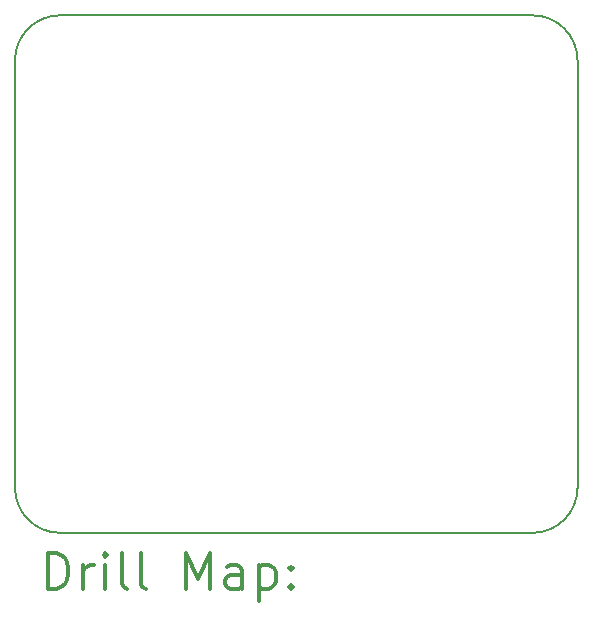
<source format=gbr>
%FSLAX45Y45*%
G04 Gerber Fmt 4.5, Leading zero omitted, Abs format (unit mm)*
G04 Created by KiCad (PCBNEW (5.0.2)-1) date 01/24/19 20:45:36*
%MOMM*%
%LPD*%
G01*
G04 APERTURE LIST*
%ADD10C,0.150000*%
%ADD11C,0.200000*%
%ADD12C,0.300000*%
G04 APERTURE END LIST*
D10*
X14859000Y-3048000D02*
X14859000Y-3238500D01*
X19240500Y-2667000D02*
X15240000Y-2667000D01*
X19621500Y-3238500D02*
X19621500Y-3048000D01*
X19621500Y-6667500D02*
X19621500Y-6477000D01*
X15240000Y-7048500D02*
X19240500Y-7048500D01*
X14859000Y-6667500D02*
X14859000Y-6477000D01*
X19621500Y-6667500D02*
G75*
G02X19240500Y-7048500I-381000J0D01*
G01*
X15240000Y-7048500D02*
G75*
G02X14859000Y-6667500I0J381000D01*
G01*
X14859000Y-3048000D02*
G75*
G02X15240000Y-2667000I381000J0D01*
G01*
X19240500Y-2667000D02*
G75*
G02X19621500Y-3048000I0J-381000D01*
G01*
X19621500Y-6477000D02*
X19621500Y-3238500D01*
X14859000Y-3238500D02*
X14859000Y-6477000D01*
D11*
D12*
X15137928Y-7521714D02*
X15137928Y-7221714D01*
X15209357Y-7221714D01*
X15252214Y-7236000D01*
X15280786Y-7264571D01*
X15295071Y-7293143D01*
X15309357Y-7350286D01*
X15309357Y-7393143D01*
X15295071Y-7450286D01*
X15280786Y-7478857D01*
X15252214Y-7507429D01*
X15209357Y-7521714D01*
X15137928Y-7521714D01*
X15437928Y-7521714D02*
X15437928Y-7321714D01*
X15437928Y-7378857D02*
X15452214Y-7350286D01*
X15466500Y-7336000D01*
X15495071Y-7321714D01*
X15523643Y-7321714D01*
X15623643Y-7521714D02*
X15623643Y-7321714D01*
X15623643Y-7221714D02*
X15609357Y-7236000D01*
X15623643Y-7250286D01*
X15637928Y-7236000D01*
X15623643Y-7221714D01*
X15623643Y-7250286D01*
X15809357Y-7521714D02*
X15780786Y-7507429D01*
X15766500Y-7478857D01*
X15766500Y-7221714D01*
X15966500Y-7521714D02*
X15937928Y-7507429D01*
X15923643Y-7478857D01*
X15923643Y-7221714D01*
X16309357Y-7521714D02*
X16309357Y-7221714D01*
X16409357Y-7436000D01*
X16509357Y-7221714D01*
X16509357Y-7521714D01*
X16780786Y-7521714D02*
X16780786Y-7364571D01*
X16766500Y-7336000D01*
X16737928Y-7321714D01*
X16680786Y-7321714D01*
X16652214Y-7336000D01*
X16780786Y-7507429D02*
X16752214Y-7521714D01*
X16680786Y-7521714D01*
X16652214Y-7507429D01*
X16637928Y-7478857D01*
X16637928Y-7450286D01*
X16652214Y-7421714D01*
X16680786Y-7407429D01*
X16752214Y-7407429D01*
X16780786Y-7393143D01*
X16923643Y-7321714D02*
X16923643Y-7621714D01*
X16923643Y-7336000D02*
X16952214Y-7321714D01*
X17009357Y-7321714D01*
X17037928Y-7336000D01*
X17052214Y-7350286D01*
X17066500Y-7378857D01*
X17066500Y-7464571D01*
X17052214Y-7493143D01*
X17037928Y-7507429D01*
X17009357Y-7521714D01*
X16952214Y-7521714D01*
X16923643Y-7507429D01*
X17195071Y-7493143D02*
X17209357Y-7507429D01*
X17195071Y-7521714D01*
X17180786Y-7507429D01*
X17195071Y-7493143D01*
X17195071Y-7521714D01*
X17195071Y-7336000D02*
X17209357Y-7350286D01*
X17195071Y-7364571D01*
X17180786Y-7350286D01*
X17195071Y-7336000D01*
X17195071Y-7364571D01*
M02*

</source>
